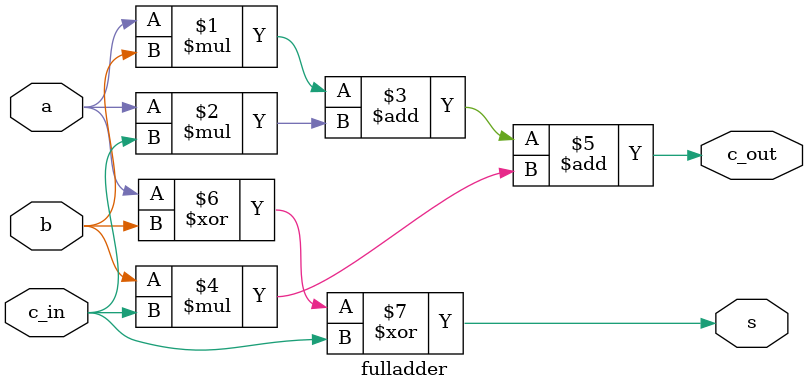
<source format=v>
module part2(a, b, c_in, s, c_out);
	input [3:0] a; //init inputs
	input [3:0] b;
	input c_in;
	output [3:0] s; //init output
	output [3:0] c_out;
	//wire [2:0] c; //init wires
	
	fulladder a1(a[0], b[0], c_in, s[0], c_out[0]); //adder 1
	fulladder a2(a[1], b[1], c_out[0], s[1], c_out[1]); //adder 2
	fulladder a3(a[2], b[2], c_out[1], s[2], c_out[2]); //adder 3
	fulladder a4(a[3], b[3], c_out[2], s[3], c_out[3]); //adder 4
	
endmodule //lab part 2 (4-bit carry-on adder)

module fulladder(a, b, c_in, s, c_out);
	input a, b, c_in; //init inputs
	output s, c_out; //init outputs
	
	assign c_out = a * b + a * c_in + b * c_in; //logic statement for cout
	assign s = a ^ b ^ c_in; //logic statement for sum
	
endmodule //fulladder module to be used for 4-bit adder
</source>
